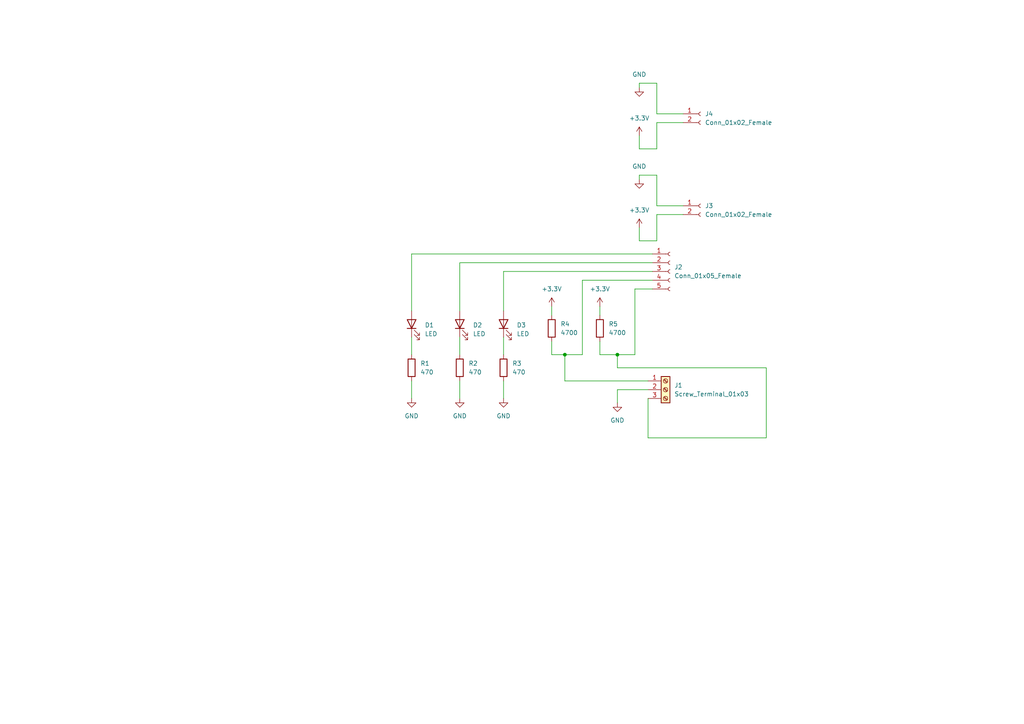
<source format=kicad_sch>
(kicad_sch (version 20231120) (generator "eeschema") (generator_version "8.0")
  (paper "A4")
  (title_block (title "LED and Switch board") (date "2023-08-27") (rev "v2") (company "Gingerbread Technologies"))
  (lib_symbols
    (symbol "Connector:Conn_01x02_Female" (pin_names (offset 1.016) hide)
      (property "Reference" "J" (at 0 2.54 0))
      (property "Value" "Conn_01x02_Female" (at 0 -5.08 0))
      (symbol "Conn_01x02_Female_1_1"
        (arc (start 0 -2.032) (mid -0.5058 -2.54) (end 0 -3.048) (stroke (width 0.1524)))
        (polyline (pts (xy -1.27 -2.54) (xy -0.508 -2.54)) (stroke (width 0.1524)))
        (polyline (pts (xy -1.27 0) (xy -0.508 0)) (stroke (width 0.1524)))
        (arc (start 0 0.508) (mid -0.5058 0) (end 0 -0.508) (stroke (width 0.1524)))
        (pin passive line (at -5.08 0 0) (length 3.81) (name "Pin_1") (number "1"))
        (pin passive line (at -5.08 -2.54 0) (length 3.81) (name "Pin_2") (number "2"))
      )
    )
    (symbol "Connector:Conn_01x05_Female" (pin_names (offset 1.016) hide)
      (property "Reference" "J" (at 0 7.62 0))
      (property "Value" "Conn_01x05_Female" (at 0 -7.62 0))
      (symbol "Conn_01x05_Female_1_1"
        (arc (start 0 -4.572) (mid -0.5058 -5.08) (end 0 -5.588) (stroke (width 0.1524)))
        (arc (start 0 -2.032) (mid -0.5058 -2.54) (end 0 -3.048) (stroke (width 0.1524)))
        (polyline (pts (xy -1.27 -5.08) (xy -0.508 -5.08)) (stroke (width 0.1524)))
        (polyline (pts (xy -1.27 -2.54) (xy -0.508 -2.54)) (stroke (width 0.1524)))
        (polyline (pts (xy -1.27 0) (xy -0.508 0)) (stroke (width 0.1524)))
        (polyline (pts (xy -1.27 2.54) (xy -0.508 2.54)) (stroke (width 0.1524)))
        (polyline (pts (xy -1.27 5.08) (xy -0.508 5.08)) (stroke (width 0.1524)))
        (arc (start 0 0.508) (mid -0.5058 0) (end 0 -0.508) (stroke (width 0.1524)))
        (arc (start 0 3.048) (mid -0.5058 2.54) (end 0 2.032) (stroke (width 0.1524)))
        (arc (start 0 5.588) (mid -0.5058 5.08) (end 0 4.572) (stroke (width 0.1524)))
        (pin passive line (at -5.08 5.08 0) (length 3.81) (name "Pin_1") (number "1"))
        (pin passive line (at -5.08 2.54 0) (length 3.81) (name "Pin_2") (number "2"))
        (pin passive line (at -5.08 0 0) (length 3.81) (name "Pin_3") (number "3"))
        (pin passive line (at -5.08 -2.54 0) (length 3.81) (name "Pin_4") (number "4"))
        (pin passive line (at -5.08 -5.08 0) (length 3.81) (name "Pin_5") (number "5"))
      )
    )
    (symbol "Connector:Screw_Terminal_01x03" (pin_names (offset 1.016) hide)
      (property "Reference" "J" (at 0 5.08 0))
      (property "Value" "Screw_Terminal_01x03" (at 0 -5.08 0))
      (symbol "Screw_Terminal_01x03_1_1"
        (rectangle (start -1.27 3.81) (end 1.27 -3.81) (stroke (width 0.254)) (fill (type background)))
        (circle (center 0 -2.54) (radius 0.635) (stroke (width 0.1524)))
        (polyline (pts (xy -0.5334 -2.2098) (xy 0.3302 -3.048)) (stroke (width 0.1524)))
        (polyline (pts (xy -0.5334 0.3302) (xy 0.3302 -0.508)) (stroke (width 0.1524)))
        (polyline (pts (xy -0.5334 2.8702) (xy 0.3302 2.032)) (stroke (width 0.1524)))
        (polyline (pts (xy -0.3556 -2.032) (xy 0.508 -2.8702)) (stroke (width 0.1524)))
        (polyline (pts (xy -0.3556 0.508) (xy 0.508 -0.3302)) (stroke (width 0.1524)))
        (polyline (pts (xy -0.3556 3.048) (xy 0.508 2.2098)) (stroke (width 0.1524)))
        (circle (center 0 0) (radius 0.635) (stroke (width 0.1524)))
        (circle (center 0 2.54) (radius 0.635) (stroke (width 0.1524)))
        (pin passive line (at -5.08 2.54 0) (length 3.81) (name "Pin_1") (number "1"))
        (pin passive line (at -5.08 0 0) (length 3.81) (name "Pin_2") (number "2"))
        (pin passive line (at -5.08 -2.54 0) (length 3.81) (name "Pin_3") (number "3"))
      )
    )
    (symbol "Device:LED" (pin_numbers hide) (pin_names (offset 1.016) hide)
      (property "Reference" "D" (at 0 2.54 0))
      (property "Value" "LED" (at 0 -2.54 0))
      (symbol "LED_0_1"
        (polyline (pts (xy -1.27 -1.27) (xy -1.27 1.27)) (stroke (width 0.254)))
        (polyline (pts (xy -1.27 0) (xy 1.27 0)))
        (polyline (pts (xy 1.27 -1.27) (xy 1.27 1.27) (xy -1.27 0) (xy 1.27 -1.27)) (stroke (width 0.254)))
        (polyline (pts (xy -3.048 -0.762) (xy -4.572 -2.286) (xy -3.81 -2.286) (xy -4.572 -2.286) (xy -4.572 -1.524)))
        (polyline (pts (xy -1.778 -0.762) (xy -3.302 -2.286) (xy -2.54 -2.286) (xy -3.302 -2.286) (xy -3.302 -1.524)))
      )
      (symbol "LED_1_1"
        (pin passive line (at -3.81 0 0) (length 2.54) (name "K") (number "1"))
        (pin passive line (at 3.81 0 180) (length 2.54) (name "A") (number "2"))
      )
    )
    (symbol "Device:R" (pin_numbers hide) (pin_names (offset 0))
      (property "Reference" "R" (at 2.032 0 90))
      (property "Value" "R" (at 0 0 90))
      (symbol "R_0_1"
        (rectangle (start -1.016 -2.54) (end 1.016 2.54) (stroke (width 0.254)))
      )
      (symbol "R_1_1"
        (pin passive line (at 0 3.81 270) (length 1.27) (name "~") (number "1"))
        (pin passive line (at 0 -3.81 90) (length 1.27) (name "~") (number "2"))
      )
    )
    (symbol "power:+3.3V" (power) (pin_names (offset 0))
      (property "Value" "+3.3V" (at 0 3.556 0))
      (symbol "+3.3V_0_1"
        (polyline (pts (xy -0.762 1.27) (xy 0 2.54)))
        (polyline (pts (xy 0 0) (xy 0 2.54)))
        (polyline (pts (xy 0 2.54) (xy 0.762 1.27)))
      )
      (symbol "+3.3V_1_1"
        (pin power_in line (at 0 0 90) (length 0) hide (name "+3.3V") (number "1"))
      )
    )
    (symbol "power:GND" (power) (pin_names (offset 0))
      (property "Value" "GND" (at 0 -3.81 0))
      (symbol "GND_0_1"
        (polyline (pts (xy 0 0) (xy 0 -1.27) (xy 1.27 -1.27) (xy 0 -2.54) (xy -1.27 -1.27) (xy 0 -1.27)))
      )
      (symbol "GND_1_1"
        (pin power_in line (at 0 0 270) (length 0) hide (name "GND") (number "1"))
      )
    )
  )
  (junction (at 163.83 102.87))
  (junction (at 179.07 102.87))
  (wire (pts (xy 190.5 33.02) (xy 198.12 33.02)))
  (wire (pts (xy 146.05 97.79) (xy 146.05 102.87)))
  (wire (pts (xy 160.02 88.9) (xy 160.02 91.44)))
  (wire (pts (xy 173.99 102.87) (xy 179.07 102.87)))
  (wire (pts (xy 190.5 43.18) (xy 190.5 35.56)))
  (wire (pts (xy 179.07 102.87) (xy 184.15 102.87)))
  (wire (pts (xy 184.15 83.82) (xy 184.15 102.87)))
  (wire (pts (xy 187.96 127) (xy 222.25 127)))
  (wire (pts (xy 185.42 50.8) (xy 190.5 50.8)))
  (wire (pts (xy 185.42 52.07) (xy 185.42 50.8)))
  (wire (pts (xy 160.02 102.87) (xy 163.83 102.87)))
  (wire (pts (xy 163.83 102.87) (xy 168.91 102.87)))
  (wire (pts (xy 190.5 35.56) (xy 198.12 35.56)))
  (wire (pts (xy 187.96 113.03) (xy 179.07 113.03)))
  (wire (pts (xy 190.5 62.23) (xy 198.12 62.23)))
  (wire (pts (xy 119.38 97.79) (xy 119.38 102.87)))
  (wire (pts (xy 185.42 66.04) (xy 185.42 69.85)))
  (wire (pts (xy 189.23 73.66) (xy 119.38 73.66)))
  (wire (pts (xy 168.91 81.28) (xy 168.91 102.87)))
  (wire (pts (xy 146.05 110.49) (xy 146.05 115.57)))
  (wire (pts (xy 222.25 106.68) (xy 179.07 106.68)))
  (wire (pts (xy 133.35 76.2) (xy 133.35 90.17)))
  (wire (pts (xy 185.42 69.85) (xy 190.5 69.85)))
  (wire (pts (xy 190.5 50.8) (xy 190.5 59.69)))
  (wire (pts (xy 133.35 97.79) (xy 133.35 102.87)))
  (wire (pts (xy 190.5 69.85) (xy 190.5 62.23)))
  (wire (pts (xy 189.23 78.74) (xy 146.05 78.74)))
  (wire (pts (xy 173.99 102.87) (xy 173.99 99.06)))
  (wire (pts (xy 190.5 24.13) (xy 190.5 33.02)))
  (wire (pts (xy 185.42 43.18) (xy 190.5 43.18)))
  (wire (pts (xy 146.05 78.74) (xy 146.05 90.17)))
  (wire (pts (xy 185.42 39.37) (xy 185.42 43.18)))
  (wire (pts (xy 163.83 110.49) (xy 187.96 110.49)))
  (wire (pts (xy 179.07 113.03) (xy 179.07 116.84)))
  (wire (pts (xy 189.23 83.82) (xy 184.15 83.82)))
  (wire (pts (xy 189.23 76.2) (xy 133.35 76.2)))
  (wire (pts (xy 160.02 102.87) (xy 160.02 99.06)))
  (wire (pts (xy 190.5 59.69) (xy 198.12 59.69)))
  (wire (pts (xy 185.42 25.4) (xy 185.42 24.13)))
  (wire (pts (xy 222.25 127) (xy 222.25 106.68)))
  (wire (pts (xy 119.38 110.49) (xy 119.38 115.57)))
  (wire (pts (xy 119.38 73.66) (xy 119.38 90.17)))
  (wire (pts (xy 187.96 115.57) (xy 187.96 127)))
  (wire (pts (xy 163.83 110.49) (xy 163.83 102.87)))
  (wire (pts (xy 173.99 88.9) (xy 173.99 91.44)))
  (wire (pts (xy 179.07 106.68) (xy 179.07 102.87)))
  (wire (pts (xy 133.35 110.49) (xy 133.35 115.57)))
  (wire (pts (xy 185.42 24.13) (xy 190.5 24.13)))
  (wire (pts (xy 189.23 81.28) (xy 168.91 81.28)))
  (symbol (lib_id "power:GND") (at 185.42 52.07 0) (unit 1)
    (property "Reference" "#PWR07" (effects (hide yes)))
    (property "Value" "GND" (at 185.42 48.26 0))
  )
  (symbol (lib_id "Device:R") (at 119.38 106.68 0) (unit 1)
    (property "Reference" "R1" (at 121.92 105.4099 0) (effects (justify left)))
    (property "Value" "470" (at 121.92 107.9499 0) (effects (justify left)))
    (property "Footprint" "Resistor_SMD:R_0805_2012Metric_Pad1.20x1.40mm_HandSolder" (effects (hide yes)))
  )
  (symbol (lib_id "power:GND") (at 146.05 115.57 0) (unit 1)
    (property "Reference" "#PWR03" (effects (hide yes)))
    (property "Value" "GND" (at 146.05 120.65 0))
  )
  (symbol (lib_id "power:GND") (at 185.42 25.4 0) (unit 1)
    (property "Reference" "#PWR0102" (effects (hide yes)))
    (property "Value" "GND" (at 185.42 21.59 0))
  )
  (symbol (lib_id "power:+3.3V") (at 185.42 66.04 0) (unit 1)
    (property "Reference" "#PWR08" (effects (hide yes)))
    (property "Value" "+3.3V" (at 185.42 60.96 0))
  )
  (symbol (lib_id "Device:R") (at 160.02 95.25 0) (unit 1)
    (property "Reference" "R4" (at 162.56 93.9799 0) (effects (justify left)))
    (property "Value" "4700" (at 162.56 96.5199 0) (effects (justify left)))
    (property "Footprint" "Resistor_SMD:R_0805_2012Metric_Pad1.20x1.40mm_HandSolder" (effects (hide yes)))
  )
  (symbol (lib_id "power:+3.3V") (at 160.02 88.9 0) (unit 1)
    (property "Reference" "#PWR04" (effects (hide yes)))
    (property "Value" "+3.3V" (at 160.02 83.82 0))
  )
  (symbol (lib_id "power:+3.3V") (at 185.42 39.37 0) (unit 1)
    (property "Reference" "#PWR0101" (effects (hide yes)))
    (property "Value" "+3.3V" (at 185.42 34.29 0))
  )
  (symbol (lib_id "power:+3.3V") (at 173.99 88.9 0) (unit 1)
    (property "Reference" "#PWR05" (effects (hide yes)))
    (property "Value" "+3.3V" (at 173.99 83.82 0))
  )
  (symbol (lib_id "power:GND") (at 179.07 116.84 0) (unit 1)
    (property "Reference" "#PWR06" (effects (hide yes)))
    (property "Value" "GND" (at 179.07 121.92 0))
  )
  (symbol (lib_id "Device:LED") (at 119.38 93.98 90) (unit 1)
    (property "Reference" "D1" (at 123.19 94.2974 90) (effects (justify right)))
    (property "Value" "LED" (at 123.19 96.8374 90) (effects (justify right)))
    (property "Footprint" "LED_THT:LED_D5.0mm" (effects (hide yes)))
  )
  (symbol (lib_id "Connector:Screw_Terminal_01x03") (at 193.04 113.03 0) (unit 1)
    (property "Reference" "J1" (at 195.58 111.7599 0) (effects (justify left)))
    (property "Value" "Screw_Terminal_01x03" (at 195.58 114.2999 0) (effects (justify left)))
    (property "Footprint" "TerminalBlock_MetzConnect:TerminalBlock_MetzConnect_Type011_RT05503HBWC_1x03_P5.00mm_Horizontal" (effects (hide yes)))
  )
  (symbol (lib_id "Device:R") (at 146.05 106.68 0) (unit 1)
    (property "Reference" "R3" (at 148.59 105.4099 0) (effects (justify left)))
    (property "Value" "470" (at 148.59 107.9499 0) (effects (justify left)))
    (property "Footprint" "Resistor_SMD:R_0805_2012Metric_Pad1.20x1.40mm_HandSolder" (effects (hide yes)))
  )
  (symbol (lib_id "power:GND") (at 119.38 115.57 0) (unit 1)
    (property "Reference" "#PWR01" (effects (hide yes)))
    (property "Value" "GND" (at 119.38 120.65 0))
  )
  (symbol (lib_id "Device:LED") (at 146.05 93.98 90) (unit 1)
    (property "Reference" "D3" (at 149.86 94.2974 90) (effects (justify right)))
    (property "Value" "LED" (at 149.86 96.8374 90) (effects (justify right)))
    (property "Footprint" "LED_THT:LED_D5.0mm" (effects (hide yes)))
  )
  (symbol (lib_id "Connector:Conn_01x05_Female") (at 194.31 78.74 0) (unit 1)
    (property "Reference" "J2" (at 195.58 77.4699 0) (effects (justify left)))
    (property "Value" "Conn_01x05_Female" (at 195.58 80.0099 0) (effects (justify left)))
    (property "Footprint" "Connector_PinHeader_2.54mm:PinHeader_1x05_P2.54mm_Vertical" (effects (hide yes)))
  )
  (symbol (lib_id "power:GND") (at 133.35 115.57 0) (unit 1)
    (property "Reference" "#PWR02" (effects (hide yes)))
    (property "Value" "GND" (at 133.35 120.65 0))
  )
  (symbol (lib_id "Connector:Conn_01x02_Female") (at 203.2 33.02 0) (unit 1)
    (property "Reference" "J4" (at 204.47 33.0199 0) (effects (justify left)))
    (property "Value" "Conn_01x02_Female" (at 204.47 35.5599 0) (effects (justify left)))
    (property "Footprint" "Connector_PinHeader_2.54mm:PinHeader_1x02_P2.54mm_Vertical" (effects (hide yes)))
  )
  (symbol (lib_id "Device:R") (at 133.35 106.68 0) (unit 1)
    (property "Reference" "R2" (at 135.89 105.4099 0) (effects (justify left)))
    (property "Value" "470" (at 135.89 107.9499 0) (effects (justify left)))
    (property "Footprint" "Resistor_SMD:R_0805_2012Metric_Pad1.20x1.40mm_HandSolder" (effects (hide yes)))
  )
  (symbol (lib_id "Device:R") (at 173.99 95.25 0) (unit 1)
    (property "Reference" "R5" (at 176.53 93.9799 0) (effects (justify left)))
    (property "Value" "4700" (at 176.53 96.5199 0) (effects (justify left)))
    (property "Footprint" "Resistor_SMD:R_0805_2012Metric_Pad1.20x1.40mm_HandSolder" (effects (hide yes)))
  )
  (symbol (lib_id "Connector:Conn_01x02_Female") (at 203.2 59.69 0) (unit 1)
    (property "Reference" "J3" (at 204.47 59.6899 0) (effects (justify left)))
    (property "Value" "Conn_01x02_Female" (at 204.47 62.2299 0) (effects (justify left)))
    (property "Footprint" "Connector_PinHeader_2.54mm:PinHeader_1x02_P2.54mm_Vertical" (effects (hide yes)))
  )
  (symbol (lib_id "Device:LED") (at 133.35 93.98 90) (unit 1)
    (property "Reference" "D2" (at 137.16 94.2974 90) (effects (justify right)))
    (property "Value" "LED" (at 137.16 96.8374 90) (effects (justify right)))
    (property "Footprint" "LED_THT:LED_D5.0mm" (effects (hide yes)))
  )
)
</source>
